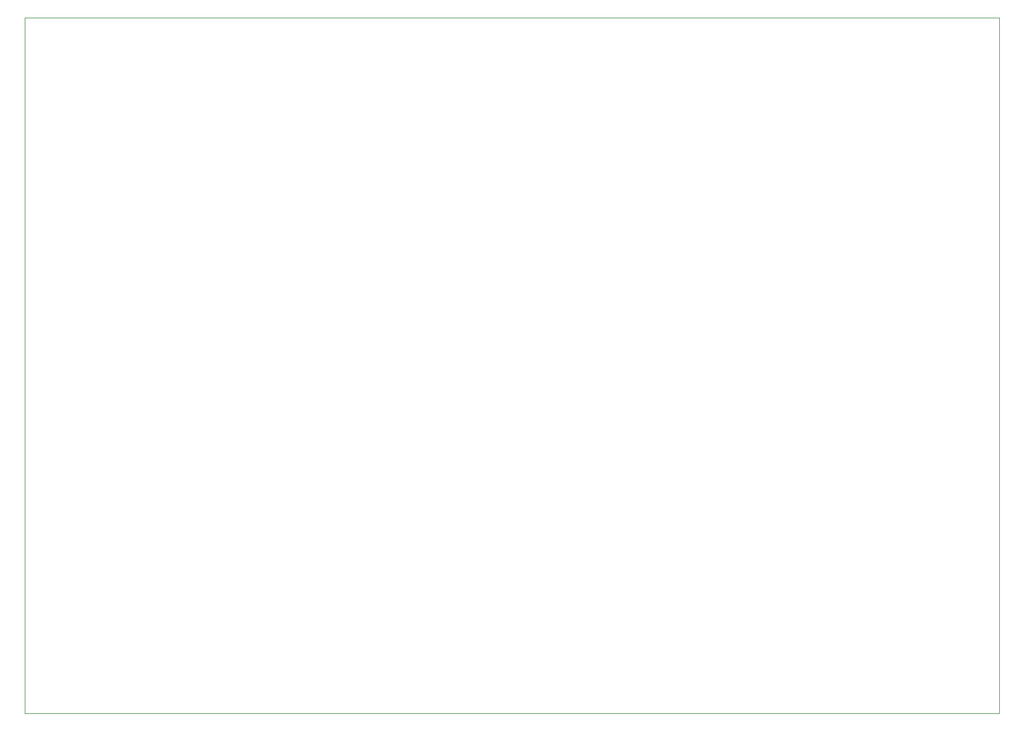
<source format=gbr>
%TF.GenerationSoftware,KiCad,Pcbnew,(5.1.10-1-10_14)*%
%TF.CreationDate,2021-06-26T21:10:23+10:00*%
%TF.ProjectId,Octal display,4f637461-6c20-4646-9973-706c61792e6b,rev?*%
%TF.SameCoordinates,Original*%
%TF.FileFunction,Profile,NP*%
%FSLAX46Y46*%
G04 Gerber Fmt 4.6, Leading zero omitted, Abs format (unit mm)*
G04 Created by KiCad (PCBNEW (5.1.10-1-10_14)) date 2021-06-26 21:10:23*
%MOMM*%
%LPD*%
G01*
G04 APERTURE LIST*
%TA.AperFunction,Profile*%
%ADD10C,0.050000*%
%TD*%
G04 APERTURE END LIST*
D10*
X50000000Y-150000000D02*
X190000000Y-150000000D01*
X50000000Y-50000000D02*
X50000000Y-150000000D01*
X190000000Y-50000000D02*
X50000000Y-50000000D01*
X190000000Y-150000000D02*
X190000000Y-50000000D01*
M02*

</source>
